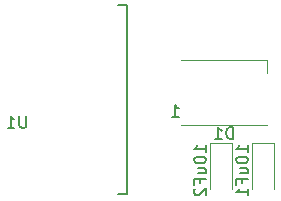
<source format=gbr>
%TF.GenerationSoftware,KiCad,Pcbnew,(5.1.9-0-10_14)*%
%TF.CreationDate,2021-03-01T21:27:09+01:00*%
%TF.ProjectId,P1_wifi,50315f77-6966-4692-9e6b-696361645f70,rev?*%
%TF.SameCoordinates,Original*%
%TF.FileFunction,Legend,Bot*%
%TF.FilePolarity,Positive*%
%FSLAX46Y46*%
G04 Gerber Fmt 4.6, Leading zero omitted, Abs format (unit mm)*
G04 Created by KiCad (PCBNEW (5.1.9-0-10_14)) date 2021-03-01 21:27:09*
%MOMM*%
%LPD*%
G01*
G04 APERTURE LIST*
%ADD10C,0.120000*%
%ADD11C,0.152400*%
%ADD12C,0.150000*%
G04 APERTURE END LIST*
D10*
%TO.C,D1*%
X29116000Y7918000D02*
X36416000Y7918000D01*
X29116000Y13418000D02*
X36416000Y13418000D01*
X36416000Y13418000D02*
X36416000Y12268000D01*
D11*
%TO.C,U1*%
X23749000Y18034000D02*
X24511000Y18034000D01*
X24511000Y18034000D02*
X24511000Y2032000D01*
X24511000Y2032000D02*
X23749000Y2032000D01*
D10*
%TO.C,10uF2*%
X33447000Y6374000D02*
X33447000Y2464000D01*
X31577000Y6374000D02*
X33447000Y6374000D01*
X31577000Y2464000D02*
X31577000Y6374000D01*
%TO.C,10uF1*%
X37003000Y6374000D02*
X37003000Y2464000D01*
X35133000Y6374000D02*
X37003000Y6374000D01*
X35133000Y2464000D02*
X35133000Y6374000D01*
%TD*%
%TO.C,D1*%
D12*
X33504095Y6715619D02*
X33504095Y7715619D01*
X33266000Y7715619D01*
X33123142Y7668000D01*
X33027904Y7572761D01*
X32980285Y7477523D01*
X32932666Y7287047D01*
X32932666Y7144190D01*
X32980285Y6953714D01*
X33027904Y6858476D01*
X33123142Y6763238D01*
X33266000Y6715619D01*
X33504095Y6715619D01*
X31980285Y6715619D02*
X32551714Y6715619D01*
X32266000Y6715619D02*
X32266000Y7715619D01*
X32361238Y7572761D01*
X32456476Y7477523D01*
X32551714Y7429904D01*
X28330285Y8615619D02*
X28901714Y8615619D01*
X28616000Y8615619D02*
X28616000Y9615619D01*
X28711238Y9472761D01*
X28806476Y9377523D01*
X28901714Y9329904D01*
%TO.C,U1*%
X16001904Y8675619D02*
X16001904Y7866095D01*
X15954285Y7770857D01*
X15906666Y7723238D01*
X15811428Y7675619D01*
X15620952Y7675619D01*
X15525714Y7723238D01*
X15478095Y7770857D01*
X15430476Y7866095D01*
X15430476Y8675619D01*
X14430476Y7675619D02*
X15001904Y7675619D01*
X14716190Y7675619D02*
X14716190Y8675619D01*
X14811428Y8532761D01*
X14906666Y8437523D01*
X15001904Y8389904D01*
%TO.C,10uF2*%
X31214380Y5611619D02*
X31214380Y6183047D01*
X31214380Y5897333D02*
X30214380Y5897333D01*
X30357238Y5992571D01*
X30452476Y6087809D01*
X30500095Y6183047D01*
X30214380Y4992571D02*
X30214380Y4897333D01*
X30262000Y4802095D01*
X30309619Y4754476D01*
X30404857Y4706857D01*
X30595333Y4659238D01*
X30833428Y4659238D01*
X31023904Y4706857D01*
X31119142Y4754476D01*
X31166761Y4802095D01*
X31214380Y4897333D01*
X31214380Y4992571D01*
X31166761Y5087809D01*
X31119142Y5135428D01*
X31023904Y5183047D01*
X30833428Y5230666D01*
X30595333Y5230666D01*
X30404857Y5183047D01*
X30309619Y5135428D01*
X30262000Y5087809D01*
X30214380Y4992571D01*
X30547714Y3802095D02*
X31214380Y3802095D01*
X30547714Y4230666D02*
X31071523Y4230666D01*
X31166761Y4183047D01*
X31214380Y4087809D01*
X31214380Y3944952D01*
X31166761Y3849714D01*
X31119142Y3802095D01*
X30690571Y2992571D02*
X30690571Y3325904D01*
X31214380Y3325904D02*
X30214380Y3325904D01*
X30214380Y2849714D01*
X30309619Y2516380D02*
X30262000Y2468761D01*
X30214380Y2373523D01*
X30214380Y2135428D01*
X30262000Y2040190D01*
X30309619Y1992571D01*
X30404857Y1944952D01*
X30500095Y1944952D01*
X30642952Y1992571D01*
X31214380Y2564000D01*
X31214380Y1944952D01*
%TO.C,10uF1*%
X34770380Y5611619D02*
X34770380Y6183047D01*
X34770380Y5897333D02*
X33770380Y5897333D01*
X33913238Y5992571D01*
X34008476Y6087809D01*
X34056095Y6183047D01*
X33770380Y4992571D02*
X33770380Y4897333D01*
X33818000Y4802095D01*
X33865619Y4754476D01*
X33960857Y4706857D01*
X34151333Y4659238D01*
X34389428Y4659238D01*
X34579904Y4706857D01*
X34675142Y4754476D01*
X34722761Y4802095D01*
X34770380Y4897333D01*
X34770380Y4992571D01*
X34722761Y5087809D01*
X34675142Y5135428D01*
X34579904Y5183047D01*
X34389428Y5230666D01*
X34151333Y5230666D01*
X33960857Y5183047D01*
X33865619Y5135428D01*
X33818000Y5087809D01*
X33770380Y4992571D01*
X34103714Y3802095D02*
X34770380Y3802095D01*
X34103714Y4230666D02*
X34627523Y4230666D01*
X34722761Y4183047D01*
X34770380Y4087809D01*
X34770380Y3944952D01*
X34722761Y3849714D01*
X34675142Y3802095D01*
X34246571Y2992571D02*
X34246571Y3325904D01*
X34770380Y3325904D02*
X33770380Y3325904D01*
X33770380Y2849714D01*
X34770380Y1944952D02*
X34770380Y2516380D01*
X34770380Y2230666D02*
X33770380Y2230666D01*
X33913238Y2325904D01*
X34008476Y2421142D01*
X34056095Y2516380D01*
%TD*%
M02*

</source>
